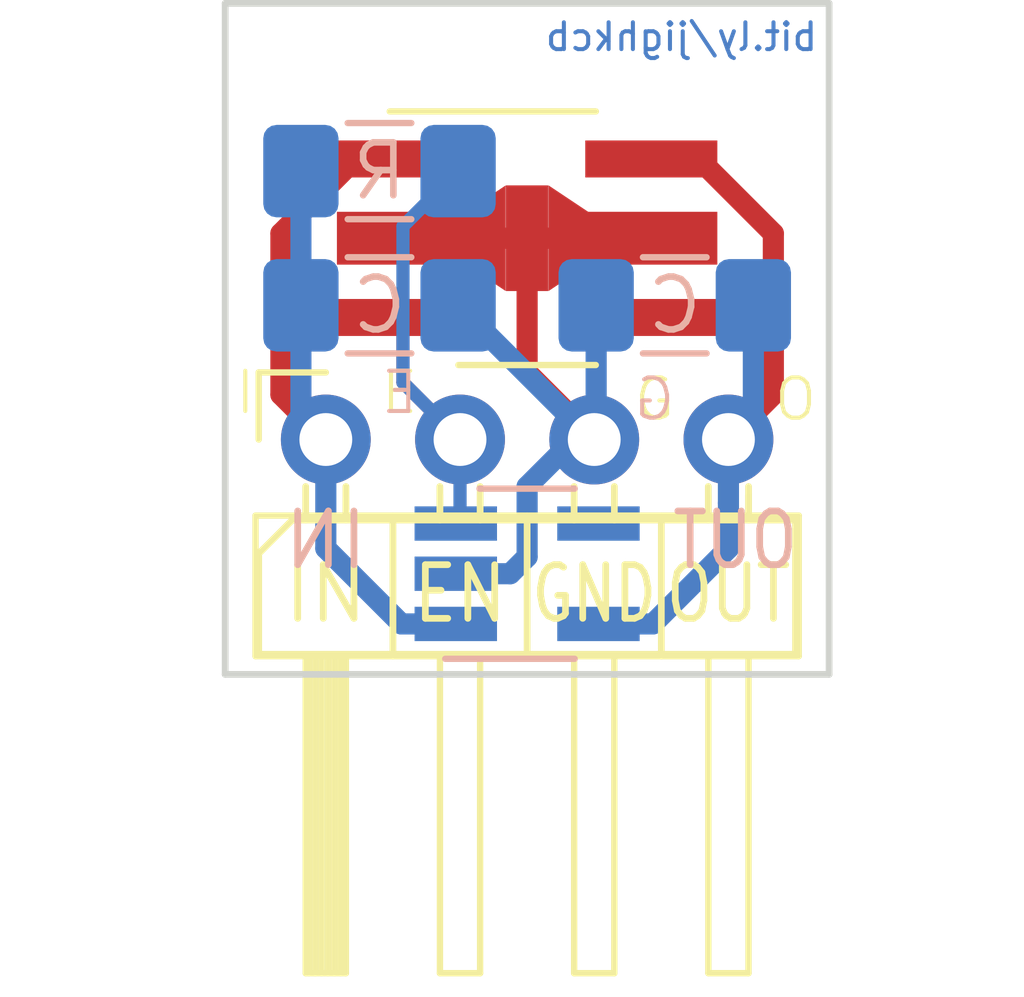
<source format=kicad_pcb>
(kicad_pcb (version 20171130) (host pcbnew 5.0.2-bee76a0~70~ubuntu18.04.1)

  (general
    (thickness 1.6)
    (drawings 36)
    (tracks 41)
    (zones 0)
    (modules 6)
    (nets 5)
  )

  (page A4)
  (layers
    (0 F.Cu signal)
    (31 B.Cu signal)
    (32 B.Adhes user)
    (33 F.Adhes user)
    (34 B.Paste user)
    (35 F.Paste user)
    (36 B.SilkS user)
    (37 F.SilkS user)
    (38 B.Mask user)
    (39 F.Mask user)
    (40 Dwgs.User user)
    (41 Cmts.User user)
    (42 Eco1.User user)
    (43 Eco2.User user)
    (44 Edge.Cuts user)
    (45 Margin user)
    (46 B.CrtYd user)
    (47 F.CrtYd user)
    (48 B.Fab user)
    (49 F.Fab user)
  )

  (setup
    (last_trace_width 0.25)
    (trace_clearance 0.2)
    (zone_clearance 0.508)
    (zone_45_only no)
    (trace_min 0.2)
    (segment_width 0.127)
    (edge_width 0.15)
    (via_size 0.8)
    (via_drill 0.4)
    (via_min_size 0.4)
    (via_min_drill 0.3)
    (uvia_size 0.3)
    (uvia_drill 0.1)
    (uvias_allowed no)
    (uvia_min_size 0.2)
    (uvia_min_drill 0.1)
    (pcb_text_width 0.3)
    (pcb_text_size 1.5 1.5)
    (mod_edge_width 0.15)
    (mod_text_size 1 1)
    (mod_text_width 0.15)
    (pad_size 1.7 1.7)
    (pad_drill 1)
    (pad_to_mask_clearance 0.051)
    (solder_mask_min_width 0.25)
    (aux_axis_origin 0 0)
    (visible_elements FFFFFF7F)
    (pcbplotparams
      (layerselection 0x010f0_ffffffff)
      (usegerberextensions false)
      (usegerberattributes false)
      (usegerberadvancedattributes false)
      (creategerberjobfile false)
      (excludeedgelayer true)
      (linewidth 0.100000)
      (plotframeref false)
      (viasonmask false)
      (mode 1)
      (useauxorigin false)
      (hpglpennumber 1)
      (hpglpenspeed 20)
      (hpglpendiameter 15.000000)
      (psnegative false)
      (psa4output false)
      (plotreference true)
      (plotvalue true)
      (plotinvisibletext false)
      (padsonsilk false)
      (subtractmaskfromsilk false)
      (outputformat 1)
      (mirror false)
      (drillshape 0)
      (scaleselection 1)
      (outputdirectory "sot89-5/"))
  )

  (net 0 "")
  (net 1 "Net-(C1-Pad2)")
  (net 2 "Net-(C1-Pad1)")
  (net 3 "Net-(C2-Pad1)")
  (net 4 "Net-(J17-Pad2)")

  (net_class Default "This is the default net class."
    (clearance 0.2)
    (trace_width 0.25)
    (via_dia 0.8)
    (via_drill 0.4)
    (uvia_dia 0.3)
    (uvia_drill 0.1)
    (add_net "Net-(C1-Pad1)")
    (add_net "Net-(C1-Pad2)")
    (add_net "Net-(C2-Pad1)")
    (add_net "Net-(J17-Pad2)")
  )

  (module Package_TO_SOT_SMD:SOT-23-5_HandSoldering (layer B.Cu) (tedit 5A0AB76C) (tstamp 5C8ECCB8)
    (at 62.865 34.925)
    (descr "5-pin SOT23 package")
    (tags "SOT-23-5 hand-soldering")
    (path /5C831D9E)
    (attr smd)
    (fp_text reference U2 (at 0 2.9) (layer B.SilkS) hide
      (effects (font (size 1 1) (thickness 0.15)) (justify mirror))
    )
    (fp_text value "AP2112K-3.3 SOT-25" (at 0 -2.9) (layer B.Fab)
      (effects (font (size 1 1) (thickness 0.15)) (justify mirror))
    )
    (fp_line (start 2.38 -1.8) (end -2.38 -1.8) (layer B.CrtYd) (width 0.05))
    (fp_line (start 2.38 -1.8) (end 2.38 1.8) (layer B.CrtYd) (width 0.05))
    (fp_line (start -2.38 1.8) (end -2.38 -1.8) (layer B.CrtYd) (width 0.05))
    (fp_line (start -2.38 1.8) (end 2.38 1.8) (layer B.CrtYd) (width 0.05))
    (fp_line (start 0.9 1.55) (end 0.9 -1.55) (layer B.Fab) (width 0.1))
    (fp_line (start 0.9 -1.55) (end -0.9 -1.55) (layer B.Fab) (width 0.1))
    (fp_line (start -0.9 0.9) (end -0.9 -1.55) (layer B.Fab) (width 0.1))
    (fp_line (start 0.9 1.55) (end -0.25 1.55) (layer B.Fab) (width 0.1))
    (fp_line (start -0.9 0.9) (end -0.25 1.55) (layer B.Fab) (width 0.1))
    (fp_line (start 0.9 1.61) (end -1.55 1.61) (layer B.SilkS) (width 0.12))
    (fp_line (start -0.9 -1.61) (end 0.9 -1.61) (layer B.SilkS) (width 0.12))
    (fp_text user %R (at 0 0 -90) (layer B.Fab)
      (effects (font (size 0.5 0.5) (thickness 0.075)) (justify mirror))
    )
    (pad 5 smd rect (at 1.35 0.95) (size 1.56 0.65) (layers B.Cu B.Paste B.Mask)
      (net 3 "Net-(C2-Pad1)"))
    (pad 4 smd rect (at 1.35 -0.95) (size 1.56 0.65) (layers B.Cu B.Paste B.Mask))
    (pad 3 smd rect (at -1.35 -0.95) (size 1.56 0.65) (layers B.Cu B.Paste B.Mask)
      (net 4 "Net-(J17-Pad2)"))
    (pad 2 smd rect (at -1.35 0) (size 1.56 0.65) (layers B.Cu B.Paste B.Mask)
      (net 1 "Net-(C1-Pad2)"))
    (pad 1 smd rect (at -1.35 0.95) (size 1.56 0.65) (layers B.Cu B.Paste B.Mask)
      (net 2 "Net-(C1-Pad1)"))
    (model ${KISYS3DMOD}/Package_TO_SOT_SMD.3dshapes/SOT-23-5.wrl
      (at (xyz 0 0 0))
      (scale (xyz 1 1 1))
      (rotate (xyz 0 0 0))
    )
  )

  (module Resistor_SMD:R_1206_3216Metric_Pad1.42x1.75mm_HandSolder (layer B.Cu) (tedit 5B301BBD) (tstamp 5C8E50DB)
    (at 60.071 27.305)
    (descr "Resistor SMD 1206 (3216 Metric), square (rectangular) end terminal, IPC_7351 nominal with elongated pad for handsoldering. (Body size source: http://www.tortai-tech.com/upload/download/2011102023233369053.pdf), generated with kicad-footprint-generator")
    (tags "resistor handsolder")
    (path /5C88F1C4)
    (attr smd)
    (fp_text reference R11 (at 0 1.82) (layer B.SilkS) hide
      (effects (font (size 1 1) (thickness 0.15)) (justify mirror))
    )
    (fp_text value R (at 0 -1.82) (layer B.Fab)
      (effects (font (size 1 1) (thickness 0.15)) (justify mirror))
    )
    (fp_text user %R (at 0 0) (layer B.Fab)
      (effects (font (size 0.8 0.8) (thickness 0.12)) (justify mirror))
    )
    (fp_line (start 2.45 -1.12) (end -2.45 -1.12) (layer B.CrtYd) (width 0.05))
    (fp_line (start 2.45 1.12) (end 2.45 -1.12) (layer B.CrtYd) (width 0.05))
    (fp_line (start -2.45 1.12) (end 2.45 1.12) (layer B.CrtYd) (width 0.05))
    (fp_line (start -2.45 -1.12) (end -2.45 1.12) (layer B.CrtYd) (width 0.05))
    (fp_line (start -0.602064 -0.91) (end 0.602064 -0.91) (layer B.SilkS) (width 0.12))
    (fp_line (start -0.602064 0.91) (end 0.602064 0.91) (layer B.SilkS) (width 0.12))
    (fp_line (start 1.6 -0.8) (end -1.6 -0.8) (layer B.Fab) (width 0.1))
    (fp_line (start 1.6 0.8) (end 1.6 -0.8) (layer B.Fab) (width 0.1))
    (fp_line (start -1.6 0.8) (end 1.6 0.8) (layer B.Fab) (width 0.1))
    (fp_line (start -1.6 -0.8) (end -1.6 0.8) (layer B.Fab) (width 0.1))
    (pad 2 smd roundrect (at 1.4875 0) (size 1.425 1.75) (layers B.Cu B.Paste B.Mask) (roundrect_rratio 0.175439)
      (net 4 "Net-(J17-Pad2)"))
    (pad 1 smd roundrect (at -1.4875 0) (size 1.425 1.75) (layers B.Cu B.Paste B.Mask) (roundrect_rratio 0.175439)
      (net 2 "Net-(C1-Pad1)"))
    (model ${KISYS3DMOD}/Resistor_SMD.3dshapes/R_1206_3216Metric.wrl
      (at (xyz 0 0 0))
      (scale (xyz 1 1 1))
      (rotate (xyz 0 0 0))
    )
  )

  (module jicad:PinHeader_1x04_P2.54mm_Horizontal_Left (layer F.Cu) (tedit 5C821C48) (tstamp 5C8F0DA5)
    (at 59.055 32.385 90)
    (descr "Through hole angled pin header, 1x04, 2.54mm pitch, 6mm pin length, single row")
    (tags "Through hole angled pin header THT 1x04 2.54mm single row")
    (path /5C7F0E2D)
    (fp_text reference J17 (at 0 -3.556 90) (layer F.SilkS) hide
      (effects (font (size 1 1) (thickness 0.15)))
    )
    (fp_text value Conn_01x04_Male (at 0.127 11.049 90) (layer F.Fab)
      (effects (font (size 1 1) (thickness 0.15)))
    )
    (fp_line (start -2.135 -1.27) (end -4.04 -1.27) (layer F.Fab) (width 0.1))
    (fp_line (start -4.04 -1.27) (end -4.04 8.89) (layer F.Fab) (width 0.1))
    (fp_line (start -4.04 8.89) (end -1.5 8.89) (layer F.Fab) (width 0.1))
    (fp_line (start -1.5 8.89) (end -1.5 -0.635) (layer F.Fab) (width 0.1))
    (fp_line (start -1.5 -0.635) (end -2.135 -1.27) (layer F.Fab) (width 0.1))
    (fp_line (start 0.32 -0.32) (end -1.5 -0.32) (layer F.Fab) (width 0.1))
    (fp_line (start 0.32 -0.32) (end 0.32 0.32) (layer F.Fab) (width 0.1))
    (fp_line (start 0.32 0.32) (end -1.5 0.32) (layer F.Fab) (width 0.1))
    (fp_line (start -4.04 -0.32) (end -10.04 -0.32) (layer F.Fab) (width 0.1))
    (fp_line (start -10.04 -0.32) (end -10.04 0.32) (layer F.Fab) (width 0.1))
    (fp_line (start -4.04 0.32) (end -10.04 0.32) (layer F.Fab) (width 0.1))
    (fp_line (start 0.32 2.22) (end -1.5 2.22) (layer F.Fab) (width 0.1))
    (fp_line (start 0.32 2.22) (end 0.32 2.86) (layer F.Fab) (width 0.1))
    (fp_line (start 0.32 2.86) (end -1.5 2.86) (layer F.Fab) (width 0.1))
    (fp_line (start -4.04 2.22) (end -10.04 2.22) (layer F.Fab) (width 0.1))
    (fp_line (start -10.04 2.22) (end -10.04 2.86) (layer F.Fab) (width 0.1))
    (fp_line (start -4.04 2.86) (end -10.04 2.86) (layer F.Fab) (width 0.1))
    (fp_line (start 0.32 4.76) (end -1.5 4.76) (layer F.Fab) (width 0.1))
    (fp_line (start 0.32 4.76) (end 0.32 5.4) (layer F.Fab) (width 0.1))
    (fp_line (start 0.32 5.4) (end -1.5 5.4) (layer F.Fab) (width 0.1))
    (fp_line (start -4.04 4.76) (end -10.04 4.76) (layer F.Fab) (width 0.1))
    (fp_line (start -10.04 4.76) (end -10.04 5.4) (layer F.Fab) (width 0.1))
    (fp_line (start -4.04 5.4) (end -10.04 5.4) (layer F.Fab) (width 0.1))
    (fp_line (start 0.32 7.3) (end -1.5 7.3) (layer F.Fab) (width 0.1))
    (fp_line (start 0.32 7.3) (end 0.32 7.94) (layer F.Fab) (width 0.1))
    (fp_line (start 0.32 7.94) (end -1.5 7.94) (layer F.Fab) (width 0.1))
    (fp_line (start -4.04 7.3) (end -10.04 7.3) (layer F.Fab) (width 0.1))
    (fp_line (start -10.04 7.3) (end -10.04 7.94) (layer F.Fab) (width 0.1))
    (fp_line (start -4.04 7.94) (end -10.04 7.94) (layer F.Fab) (width 0.1))
    (fp_line (start -1.44 -1.33) (end -1.44 8.95) (layer F.SilkS) (width 0.12))
    (fp_line (start -1.44 8.95) (end -4.1 8.95) (layer F.SilkS) (width 0.12))
    (fp_line (start -4.1 8.95) (end -4.1 -1.33) (layer F.SilkS) (width 0.12))
    (fp_line (start -4.1 -1.33) (end -1.44 -1.33) (layer F.SilkS) (width 0.12))
    (fp_line (start -4.1 -0.38) (end -10.1 -0.38) (layer F.SilkS) (width 0.12))
    (fp_line (start -10.1 -0.38) (end -10.1 0.38) (layer F.SilkS) (width 0.12))
    (fp_line (start -10.1 0.38) (end -4.1 0.38) (layer F.SilkS) (width 0.12))
    (fp_line (start -4.1 -0.32) (end -10.1 -0.32) (layer F.SilkS) (width 0.12))
    (fp_line (start -4.1 -0.2) (end -10.1 -0.2) (layer F.SilkS) (width 0.12))
    (fp_line (start -4.1 -0.08) (end -10.1 -0.08) (layer F.SilkS) (width 0.12))
    (fp_line (start -4.1 0.04) (end -10.1 0.04) (layer F.SilkS) (width 0.12))
    (fp_line (start -4.1 0.16) (end -10.1 0.16) (layer F.SilkS) (width 0.12))
    (fp_line (start -4.1 0.28) (end -10.1 0.28) (layer F.SilkS) (width 0.12))
    (fp_line (start -1.11 -0.38) (end -1.44 -0.38) (layer F.SilkS) (width 0.12))
    (fp_line (start -1.11 0.38) (end -1.44 0.38) (layer F.SilkS) (width 0.12))
    (fp_line (start -1.44 1.27) (end -4.1 1.27) (layer F.SilkS) (width 0.12))
    (fp_line (start -4.1 2.16) (end -10.1 2.16) (layer F.SilkS) (width 0.12))
    (fp_line (start -10.1 2.16) (end -10.1 2.92) (layer F.SilkS) (width 0.12))
    (fp_line (start -10.1 2.92) (end -4.1 2.92) (layer F.SilkS) (width 0.12))
    (fp_line (start -1.042929 2.16) (end -1.44 2.16) (layer F.SilkS) (width 0.12))
    (fp_line (start -1.042929 2.92) (end -1.44 2.92) (layer F.SilkS) (width 0.12))
    (fp_line (start -1.44 3.81) (end -4.1 3.81) (layer F.SilkS) (width 0.12))
    (fp_line (start -4.1 4.7) (end -10.1 4.7) (layer F.SilkS) (width 0.12))
    (fp_line (start -10.1 4.7) (end -10.1 5.46) (layer F.SilkS) (width 0.12))
    (fp_line (start -10.1 5.46) (end -4.1 5.46) (layer F.SilkS) (width 0.12))
    (fp_line (start -1.042929 4.7) (end -1.44 4.7) (layer F.SilkS) (width 0.12))
    (fp_line (start -1.042929 5.46) (end -1.44 5.46) (layer F.SilkS) (width 0.12))
    (fp_line (start -1.44 6.35) (end -4.1 6.35) (layer F.SilkS) (width 0.12))
    (fp_line (start -4.1 7.24) (end -10.1 7.24) (layer F.SilkS) (width 0.12))
    (fp_line (start -10.1 7.24) (end -10.1 8) (layer F.SilkS) (width 0.12))
    (fp_line (start -10.1 8) (end -4.1 8) (layer F.SilkS) (width 0.12))
    (fp_line (start -1.042929 7.24) (end -1.44 7.24) (layer F.SilkS) (width 0.12))
    (fp_line (start -1.042929 8) (end -1.44 8) (layer F.SilkS) (width 0.12))
    (fp_line (start 1.27 0) (end 1.27 -1.27) (layer F.SilkS) (width 0.12))
    (fp_line (start 1.27 -1.27) (end 0 -1.27) (layer F.SilkS) (width 0.12))
    (fp_line (start 1.8 -1.8) (end 1.8 9.4) (layer F.CrtYd) (width 0.05))
    (fp_line (start 1.8 9.4) (end -10.55 9.4) (layer F.CrtYd) (width 0.05))
    (fp_line (start -10.55 9.4) (end -10.55 -1.8) (layer F.CrtYd) (width 0.05))
    (fp_line (start -10.55 -1.8) (end 1.8 -1.8) (layer F.CrtYd) (width 0.05))
    (fp_text user %R (at -2.77 3.81 180) (layer F.Fab)
      (effects (font (size 1 1) (thickness 0.15)))
    )
    (pad 1 thru_hole circle (at 0 0 90) (size 1.7 1.7) (drill 1) (layers *.Cu *.Mask)
      (net 2 "Net-(C1-Pad1)"))
    (pad 2 thru_hole oval (at 0 2.54 90) (size 1.7 1.7) (drill 1) (layers *.Cu *.Mask)
      (net 4 "Net-(J17-Pad2)"))
    (pad 3 thru_hole oval (at 0 5.08 90) (size 1.7 1.7) (drill 1) (layers *.Cu *.Mask)
      (net 1 "Net-(C1-Pad2)"))
    (pad 4 thru_hole oval (at 0 7.62 90) (size 1.7 1.7) (drill 1) (layers *.Cu *.Mask)
      (net 3 "Net-(C2-Pad1)"))
    (model ${KISYS3DMOD}/Connector_PinHeader_2.54mm.3dshapes/PinHeader_1x04_P2.54mm_Horizontal.wrl
      (offset (xyz 0 -7.62 0))
      (scale (xyz 1 1 1))
      (rotate (xyz 0 0 -180))
    )
  )

  (module Package_TO_SOT_SMD:SOT-89-5_Handsoldering (layer F.Cu) (tedit 5A0BBCA8) (tstamp 5CA45CC9)
    (at 62.865 28.575)
    (descr "SOT89-5, Housing,http://www.e-devices.ricoh.co.jp/en/products/product_power/pkg/sot-89-5.pdf")
    (tags "SOT89-5 Housing ")
    (path /5C7F0CA1)
    (attr smd)
    (fp_text reference U1 (at -0.28 -3.52) (layer F.SilkS) hide
      (effects (font (size 1 1) (thickness 0.15)))
    )
    (fp_text value "AP2112K-3.3 SOT-89-5" (at -0.28 3.33) (layer F.Fab)
      (effects (font (size 1 1) (thickness 0.15)))
    )
    (fp_line (start -3.85 2.55) (end -3.85 -2.55) (layer F.CrtYd) (width 0.05))
    (fp_line (start 3.85 -2.55) (end 3.85 2.55) (layer F.CrtYd) (width 0.05))
    (fp_line (start -0.5 -2.3) (end 1.31 -2.3) (layer F.Fab) (width 0.1))
    (fp_line (start -1.29 2.3) (end -1.29 -1.51) (layer F.Fab) (width 0.1))
    (fp_line (start 1.31 2.3) (end -1.29 2.3) (layer F.Fab) (width 0.1))
    (fp_line (start 1.31 -2.3) (end 1.31 2.3) (layer F.Fab) (width 0.1))
    (fp_line (start -1.29 -1.51) (end -0.5 -2.3) (layer F.Fab) (width 0.1))
    (fp_line (start -2.6 -2.4) (end 1.3 -2.4) (layer F.SilkS) (width 0.12))
    (fp_line (start 1.3 2.4) (end -1.3 2.4) (layer F.SilkS) (width 0.12))
    (fp_line (start -3.85 2.55) (end 3.85 2.55) (layer F.CrtYd) (width 0.05))
    (fp_line (start -3.85 -2.55) (end 3.85 -2.55) (layer F.CrtYd) (width 0.05))
    (fp_text user %R (at 0 0 90) (layer F.Fab)
      (effects (font (size 0.6 0.6) (thickness 0.09)))
    )
    (pad 2 smd rect (at 0 0 270) (size 2 0.8) (layers F.Cu F.Paste F.Mask)
      (net 1 "Net-(C1-Pad2)"))
    (pad 2 smd trapezoid (at -0.78 0 90) (size 1.5 0.75) (rect_delta 0 0.5 ) (layers F.Cu F.Paste F.Mask)
      (net 1 "Net-(C1-Pad2)"))
    (pad 2 smd rect (at 2.35 0 270) (size 1 2.5) (layers F.Cu F.Paste F.Mask)
      (net 1 "Net-(C1-Pad2)"))
    (pad 3 smd rect (at -2.35 1.5 270) (size 0.7 2.5) (layers F.Cu F.Paste F.Mask)
      (net 4 "Net-(J17-Pad2)"))
    (pad 2 smd rect (at -2.35 0 270) (size 1 2.5) (layers F.Cu F.Paste F.Mask)
      (net 1 "Net-(C1-Pad2)"))
    (pad 1 smd rect (at -2.35 -1.5 270) (size 0.7 2.5) (layers F.Cu F.Paste F.Mask)
      (net 2 "Net-(C1-Pad1)"))
    (pad 4 smd rect (at 2.35 1.5 270) (size 0.7 2.5) (layers F.Cu F.Paste F.Mask))
    (pad 5 smd rect (at 2.35 -1.5 270) (size 0.7 2.5) (layers F.Cu F.Paste F.Mask)
      (net 3 "Net-(C2-Pad1)"))
    (pad 2 smd trapezoid (at 0.78 0 270) (size 1.5 0.75) (rect_delta 0 0.5 ) (layers F.Cu F.Paste F.Mask)
      (net 1 "Net-(C1-Pad2)"))
    (model ${KISYS3DMOD}/Package_TO_SOT_SMD.3dshapes/SOT-89-5.wrl
      (at (xyz 0 0 0))
      (scale (xyz 1 1 1))
      (rotate (xyz 0 0 0))
    )
  )

  (module Capacitor_SMD:C_1206_3216Metric_Pad1.42x1.75mm_HandSolder (layer B.Cu) (tedit 5B301BBE) (tstamp 5CA4695C)
    (at 65.659 29.845 180)
    (descr "Capacitor SMD 1206 (3216 Metric), square (rectangular) end terminal, IPC_7351 nominal with elongated pad for handsoldering. (Body size source: http://www.tortai-tech.com/upload/download/2011102023233369053.pdf), generated with kicad-footprint-generator")
    (tags "capacitor handsolder")
    (path /5C8C5ADD)
    (attr smd)
    (fp_text reference C2 (at 0 1.82 180) (layer B.SilkS) hide
      (effects (font (size 1 1) (thickness 0.15)) (justify mirror))
    )
    (fp_text value CP (at 0 -1.82 180) (layer B.Fab)
      (effects (font (size 1 1) (thickness 0.15)) (justify mirror))
    )
    (fp_text user %R (at 0 0 180) (layer B.Fab)
      (effects (font (size 0.8 0.8) (thickness 0.12)) (justify mirror))
    )
    (fp_line (start 2.45 -1.12) (end -2.45 -1.12) (layer B.CrtYd) (width 0.05))
    (fp_line (start 2.45 1.12) (end 2.45 -1.12) (layer B.CrtYd) (width 0.05))
    (fp_line (start -2.45 1.12) (end 2.45 1.12) (layer B.CrtYd) (width 0.05))
    (fp_line (start -2.45 -1.12) (end -2.45 1.12) (layer B.CrtYd) (width 0.05))
    (fp_line (start -0.602064 -0.91) (end 0.602064 -0.91) (layer B.SilkS) (width 0.12))
    (fp_line (start -0.602064 0.91) (end 0.602064 0.91) (layer B.SilkS) (width 0.12))
    (fp_line (start 1.6 -0.8) (end -1.6 -0.8) (layer B.Fab) (width 0.1))
    (fp_line (start 1.6 0.8) (end 1.6 -0.8) (layer B.Fab) (width 0.1))
    (fp_line (start -1.6 0.8) (end 1.6 0.8) (layer B.Fab) (width 0.1))
    (fp_line (start -1.6 -0.8) (end -1.6 0.8) (layer B.Fab) (width 0.1))
    (pad 2 smd roundrect (at 1.4875 0 180) (size 1.425 1.75) (layers B.Cu B.Paste B.Mask) (roundrect_rratio 0.175439)
      (net 1 "Net-(C1-Pad2)"))
    (pad 1 smd roundrect (at -1.4875 0 180) (size 1.425 1.75) (layers B.Cu B.Paste B.Mask) (roundrect_rratio 0.175439)
      (net 3 "Net-(C2-Pad1)"))
    (model ${KISYS3DMOD}/Capacitor_SMD.3dshapes/C_1206_3216Metric.wrl
      (at (xyz 0 0 0))
      (scale (xyz 1 1 1))
      (rotate (xyz 0 0 0))
    )
  )

  (module Capacitor_SMD:C_1206_3216Metric_Pad1.42x1.75mm_HandSolder (layer B.Cu) (tedit 5B301BBE) (tstamp 5CA4694B)
    (at 60.071 29.845)
    (descr "Capacitor SMD 1206 (3216 Metric), square (rectangular) end terminal, IPC_7351 nominal with elongated pad for handsoldering. (Body size source: http://www.tortai-tech.com/upload/download/2011102023233369053.pdf), generated with kicad-footprint-generator")
    (tags "capacitor handsolder")
    (path /5C8C5BBE)
    (attr smd)
    (fp_text reference C1 (at 0 -2.032) (layer B.SilkS) hide
      (effects (font (size 1 1) (thickness 0.15)) (justify mirror))
    )
    (fp_text value CP (at 0 -1.82) (layer B.Fab)
      (effects (font (size 1 1) (thickness 0.15)) (justify mirror))
    )
    (fp_text user %R (at 0 0) (layer B.Fab)
      (effects (font (size 0.8 0.8) (thickness 0.12)) (justify mirror))
    )
    (fp_line (start 2.45 -1.12) (end -2.45 -1.12) (layer B.CrtYd) (width 0.05))
    (fp_line (start 2.45 1.12) (end 2.45 -1.12) (layer B.CrtYd) (width 0.05))
    (fp_line (start -2.45 1.12) (end 2.45 1.12) (layer B.CrtYd) (width 0.05))
    (fp_line (start -2.45 -1.12) (end -2.45 1.12) (layer B.CrtYd) (width 0.05))
    (fp_line (start -0.602064 -0.91) (end 0.602064 -0.91) (layer B.SilkS) (width 0.12))
    (fp_line (start -0.602064 0.91) (end 0.602064 0.91) (layer B.SilkS) (width 0.12))
    (fp_line (start 1.6 -0.8) (end -1.6 -0.8) (layer B.Fab) (width 0.1))
    (fp_line (start 1.6 0.8) (end 1.6 -0.8) (layer B.Fab) (width 0.1))
    (fp_line (start -1.6 0.8) (end 1.6 0.8) (layer B.Fab) (width 0.1))
    (fp_line (start -1.6 -0.8) (end -1.6 0.8) (layer B.Fab) (width 0.1))
    (pad 2 smd roundrect (at 1.4875 0) (size 1.425 1.75) (layers B.Cu B.Paste B.Mask) (roundrect_rratio 0.175439)
      (net 1 "Net-(C1-Pad2)"))
    (pad 1 smd roundrect (at -1.4875 0) (size 1.425 1.75) (layers B.Cu B.Paste B.Mask) (roundrect_rratio 0.175439)
      (net 2 "Net-(C1-Pad1)"))
    (model ${KISYS3DMOD}/Capacitor_SMD.3dshapes/C_1206_3216Metric.wrl
      (at (xyz 0 0 0))
      (scale (xyz 1 1 1))
      (rotate (xyz 0 0 0))
    )
  )

  (gr_text bit.ly/jighkcb (at 65.786 24.765) (layer B.Cu) (tstamp 5C834999)
    (effects (font (size 0.508 0.508) (thickness 0.0762)) (justify mirror))
  )
  (gr_line (start 65.405 33.909) (end 65.405 36.449) (layer F.SilkS) (width 0.127))
  (gr_line (start 57.785 36.449) (end 67.945 36.449) (layer F.SilkS) (width 0.127))
  (gr_line (start 60.325 33.909) (end 60.325 36.449) (layer F.SilkS) (width 0.127))
  (gr_line (start 67.945 33.909) (end 58.42 33.909) (layer F.SilkS) (width 0.127))
  (gr_text I (at 57.531 31.496) (layer F.SilkS) (tstamp 5C8F29BC)
    (effects (font (size 0.762 0.762) (thickness 0.0762)))
  )
  (gr_text O (at 67.945 31.623) (layer F.SilkS) (tstamp 5C8F29BC)
    (effects (font (size 0.762 0.762) (thickness 0.0762)))
  )
  (gr_text G (at 65.278 31.623) (layer F.SilkS) (tstamp 5C8F28A9)
    (effects (font (size 0.762 0.762) (thickness 0.0762)))
  )
  (gr_text E (at 60.452 31.496) (layer F.SilkS) (tstamp 5C8F2749)
    (effects (font (size 0.762 0.762) (thickness 0.0762)))
  )
  (gr_text G (at 65.278 31.623) (layer B.SilkS) (tstamp 5C8F1B8E)
    (effects (font (size 0.762 0.762) (thickness 0.0762)) (justify mirror))
  )
  (gr_text E (at 60.452 31.496) (layer B.SilkS) (tstamp 5C8F1B8E)
    (effects (font (size 0.762 0.762) (thickness 0.0762)) (justify mirror))
  )
  (gr_text OUT (at 66.802 34.29) (layer B.SilkS) (tstamp 5C8DBBD9)
    (effects (font (size 1.016 0.8128) (thickness 0.127)) (justify mirror))
  )
  (gr_text IN (at 59.055 34.29) (layer B.SilkS) (tstamp 5C8DBA69)
    (effects (font (size 1.016 1.016) (thickness 0.127)) (justify mirror))
  )
  (gr_line (start 57.15 36.83) (end 57.15 24.13) (layer Edge.Cuts) (width 0.127))
  (gr_line (start 68.58 24.13) (end 68.58 36.83) (layer Edge.Cuts) (width 0.127))
  (gr_line (start 67.945 36.449) (end 67.945 33.909) (layer F.SilkS) (width 0.127))
  (gr_line (start 64.516 33.909) (end 64.516 33.274) (layer F.SilkS) (width 0.127) (tstamp 5C980633))
  (gr_text OUT (at 66.675 35.306) (layer F.SilkS) (tstamp 5C9802A0)
    (effects (font (size 1.016 0.8128) (thickness 0.127)))
  )
  (gr_line (start 62.865 33.909) (end 62.865 36.449) (layer F.SilkS) (width 0.127))
  (gr_line (start 61.976 33.909) (end 61.976 33.274) (layer F.SilkS) (width 0.127) (tstamp 5C980633))
  (gr_line (start 57.15 24.13) (end 68.58 24.13) (layer Edge.Cuts) (width 0.127))
  (gr_line (start 61.214 33.909) (end 61.214 33.274) (layer F.SilkS) (width 0.127) (tstamp 5C980633))
  (gr_text GND (at 64.135 35.306) (layer F.SilkS)
    (effects (font (size 1.016 0.762) (thickness 0.127)))
  )
  (gr_text IN (at 59.055 35.306) (layer F.SilkS)
    (effects (font (size 1.016 1.016) (thickness 0.127)))
  )
  (gr_line (start 66.294 33.909) (end 66.294 33.274) (layer F.SilkS) (width 0.127) (tstamp 5C980633))
  (gr_line (start 58.674 33.909) (end 58.674 33.274) (layer F.SilkS) (width 0.127))
  (gr_line (start 57.785 34.544) (end 57.785 36.449) (layer F.SilkS) (width 0.127))
  (gr_line (start 59.436 33.909) (end 59.436 33.274) (layer F.SilkS) (width 0.127) (tstamp 5C98062C))
  (gr_text C (at 60.071 29.845) (layer B.SilkS) (tstamp 5C8E624C)
    (effects (font (size 1 1) (thickness 0.125)) (justify mirror))
  )
  (gr_text C (at 65.659 29.845) (layer B.SilkS) (tstamp 5C8E6004)
    (effects (font (size 1 1) (thickness 0.125)) (justify mirror))
  )
  (gr_text R (at 60.071 27.305) (layer B.SilkS)
    (effects (font (size 1 1) (thickness 0.125)) (justify mirror))
  )
  (gr_line (start 63.754 33.909) (end 63.754 33.274) (layer F.SilkS) (width 0.127) (tstamp 5C980633))
  (gr_text EN (at 61.595 35.306) (layer F.SilkS) (tstamp 5C9802A0)
    (effects (font (size 1.016 0.889) (thickness 0.127)))
  )
  (gr_line (start 67.056 33.909) (end 67.056 33.274) (layer F.SilkS) (width 0.127) (tstamp 5C980633))
  (gr_line (start 58.42 33.909) (end 57.785 34.544) (layer F.SilkS) (width 0.127))
  (gr_line (start 68.58 36.83) (end 57.15 36.83) (layer Edge.Cuts) (width 0.127))

  (segment (start 62.865 31.115) (end 64.135 32.385) (width 0.4) (layer F.Cu) (net 1) (status 20))
  (segment (start 62.865 28.575) (end 65.215 28.575) (width 0.4) (layer F.Cu) (net 1) (status 30))
  (segment (start 60.515 28.575) (end 62.865 28.575) (width 0.4) (layer F.Cu) (net 1) (status 30))
  (segment (start 61.5585 29.845) (end 64.0985 32.385) (width 0.4) (layer B.Cu) (net 1) (status 30))
  (segment (start 64.0985 32.385) (end 64.135 32.385) (width 0.4) (layer B.Cu) (net 1) (status 30))
  (segment (start 62.865 28.575) (end 62.865 31.115) (width 0.4) (layer F.Cu) (net 1) (status 10))
  (segment (start 62.865 33.274) (end 63.754 32.385) (width 0.4) (layer B.Cu) (net 1))
  (segment (start 63.754 32.385) (end 64.135 32.385) (width 0.4) (layer B.Cu) (net 1))
  (segment (start 64.1715 29.845) (end 64.1715 32.3485) (width 0.4) (layer B.Cu) (net 1) (status 30))
  (segment (start 64.1715 32.3485) (end 64.135 32.385) (width 0.4) (layer B.Cu) (net 1) (status 30))
  (segment (start 62.545 34.925) (end 62.865 34.605) (width 0.4) (layer B.Cu) (net 1))
  (segment (start 61.515 34.925) (end 62.545 34.925) (width 0.4) (layer B.Cu) (net 1))
  (segment (start 62.865 34.605) (end 62.865 33.274) (width 0.4) (layer B.Cu) (net 1))
  (segment (start 58.5835 27.305) (end 58.5835 29.845) (width 0.4) (layer B.Cu) (net 2) (status 30))
  (segment (start 59.055 34.445) (end 60.485 35.875) (width 0.4) (layer B.Cu) (net 2))
  (segment (start 60.485 35.875) (end 61.515 35.875) (width 0.4) (layer B.Cu) (net 2) (status 20))
  (segment (start 58.5835 29.845) (end 58.5835 31.9135) (width 0.4) (layer B.Cu) (net 2) (status 30))
  (segment (start 58.5835 31.9135) (end 59.055 32.385) (width 0.4) (layer B.Cu) (net 2) (status 30))
  (segment (start 58.205001 28.484999) (end 58.205001 31.535001) (width 0.4) (layer F.Cu) (net 2))
  (segment (start 58.205001 31.535001) (end 59.055 32.385) (width 0.4) (layer F.Cu) (net 2))
  (segment (start 59.055 32.385) (end 59.055 34.445) (width 0.4) (layer B.Cu) (net 2) (status 10))
  (segment (start 60.515 27.075) (end 59.615 27.075) (width 0.4) (layer F.Cu) (net 2))
  (segment (start 59.615 27.075) (end 58.205001 28.484999) (width 0.4) (layer F.Cu) (net 2))
  (segment (start 67.1465 29.845) (end 67.1465 31.9135) (width 0.4) (layer B.Cu) (net 3) (status 30))
  (segment (start 67.1465 31.9135) (end 66.675 32.385) (width 0.4) (layer B.Cu) (net 3) (status 30))
  (segment (start 67.524999 28.484999) (end 67.524999 31.535001) (width 0.4) (layer F.Cu) (net 3))
  (segment (start 64.215 35.875) (end 65.245 35.875) (width 0.4) (layer B.Cu) (net 3) (status 10))
  (segment (start 66.675 34.445) (end 66.675 33.587081) (width 0.4) (layer B.Cu) (net 3))
  (segment (start 65.245 35.875) (end 66.675 34.445) (width 0.4) (layer B.Cu) (net 3))
  (segment (start 66.675 33.587081) (end 66.675 32.385) (width 0.4) (layer B.Cu) (net 3) (status 20))
  (segment (start 65.215 27.075) (end 66.115 27.075) (width 0.4) (layer F.Cu) (net 3))
  (segment (start 67.524999 31.535001) (end 66.675 32.385) (width 0.4) (layer F.Cu) (net 3))
  (segment (start 66.115 27.075) (end 67.524999 28.484999) (width 0.4) (layer F.Cu) (net 3))
  (segment (start 60.745001 31.535001) (end 61.595 32.385) (width 0.25) (layer B.Cu) (net 4) (status 30))
  (segment (start 61.5585 27.305) (end 60.515 28.3485) (width 0.25) (layer B.Cu) (net 4) (status 10))
  (segment (start 60.515 30.075) (end 60.515 31.305) (width 0.25) (layer F.Cu) (net 4) (status 10))
  (segment (start 60.515 31.305) (end 61.595 32.385) (width 0.25) (layer F.Cu) (net 4) (status 20))
  (segment (start 61.595 32.385) (end 61.595 33.895) (width 0.25) (layer B.Cu) (net 4))
  (segment (start 61.595 33.895) (end 61.515 33.975) (width 0.25) (layer B.Cu) (net 4))
  (segment (start 60.515 28.3485) (end 60.515 31.305) (width 0.25) (layer B.Cu) (net 4))
  (segment (start 60.515 31.305) (end 60.745001 31.535001) (width 0.25) (layer B.Cu) (net 4) (status 20))

)

</source>
